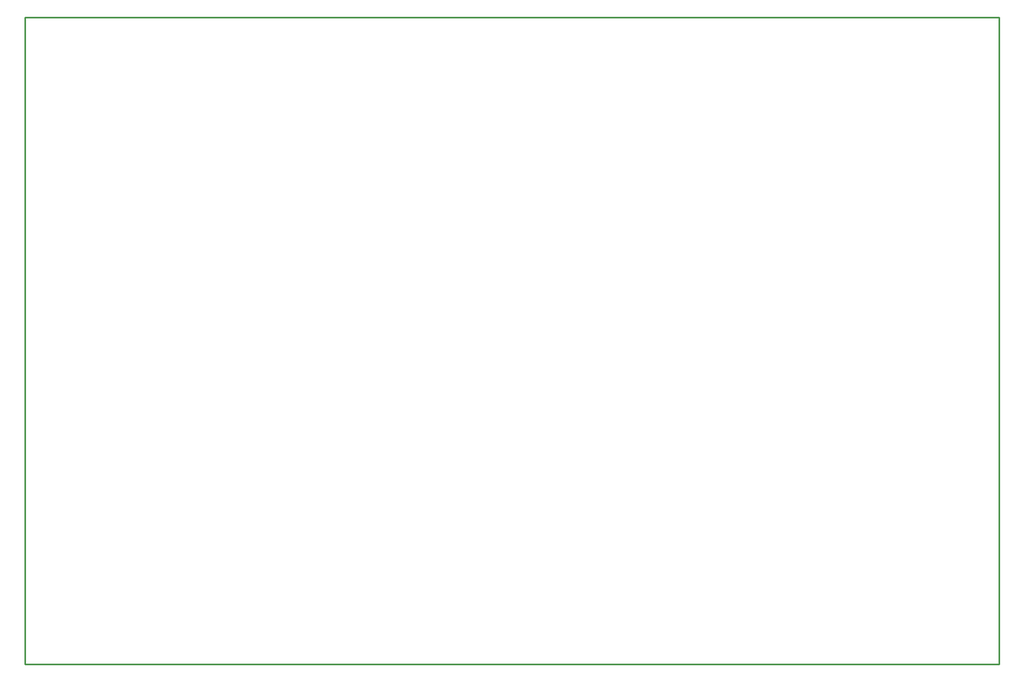
<source format=gko>
G04 Layer: BoardOutlineLayer*
G04 EasyEDA v6.5.42, 2024-05-04 09:00:08*
G04 1b880a871dba45ccba3123794a0e531b,10*
G04 Gerber Generator version 0.2*
G04 Scale: 100 percent, Rotated: No, Reflected: No *
G04 Dimensions in millimeters *
G04 leading zeros omitted , absolute positions ,4 integer and 5 decimal *
%FSLAX45Y45*%
%MOMM*%

%ADD10C,0.2540*%
D10*
X699998Y5099989D02*
G01*
X15899968Y5099989D01*
X15899968Y-4999989D01*
X699998Y-4999989D01*
X699998Y5099989D01*

%LPD*%
M02*

</source>
